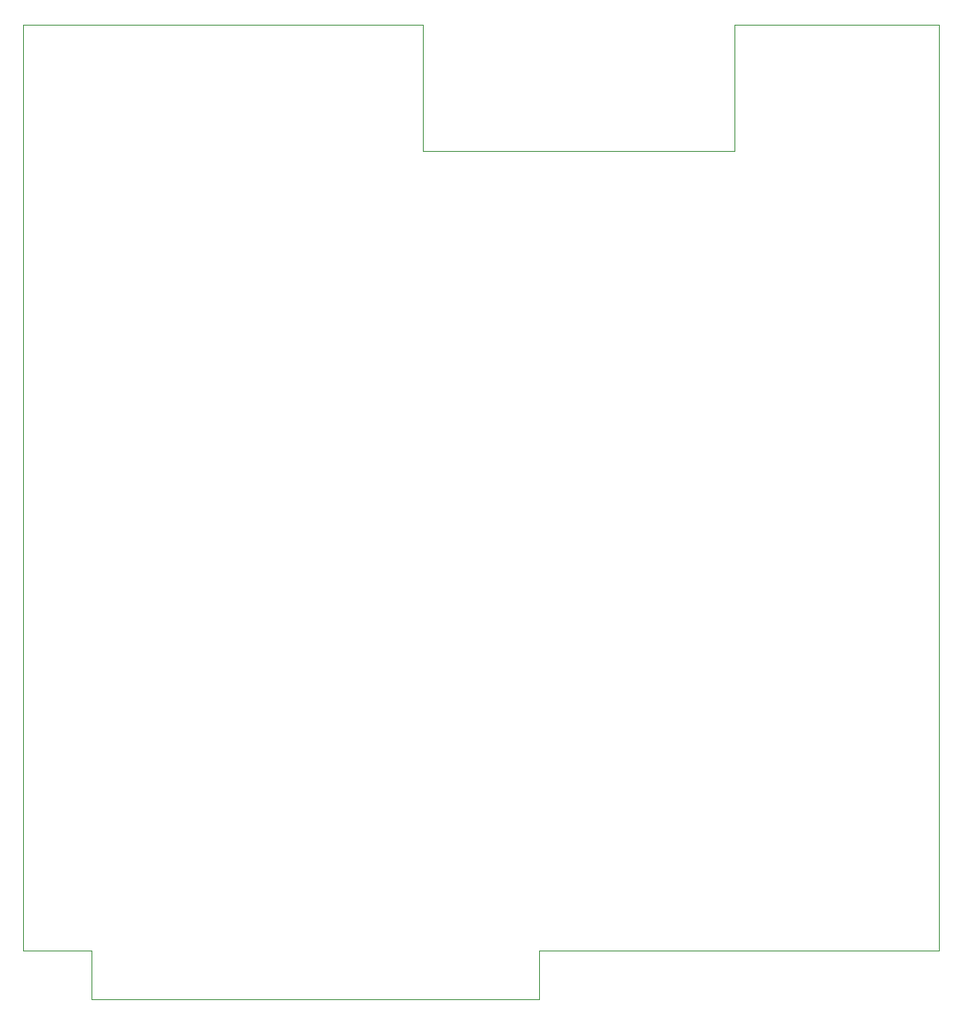
<source format=gko>
G04 Layer_Color=16711935*
%FSAX44Y44*%
%MOMM*%
G71*
G01*
G75*
%ADD70C,0.1000*%
D70*
X00898663Y02588500D02*
X01218663D01*
X00898663D02*
Y02718500D01*
X01218663Y02588500D02*
Y02718500D01*
X01428663D01*
X00488663D02*
X00898663D01*
X00488663Y01768499D02*
Y02718500D01*
X00558663Y01718499D02*
Y01768499D01*
Y01718499D02*
X01018663D01*
X01018663Y01768502D01*
X00488663Y01768499D02*
X00558663Y01768499D01*
X01018663Y01768502D02*
X01428663Y01768499D01*
Y01768500D02*
Y02718501D01*
M02*

</source>
